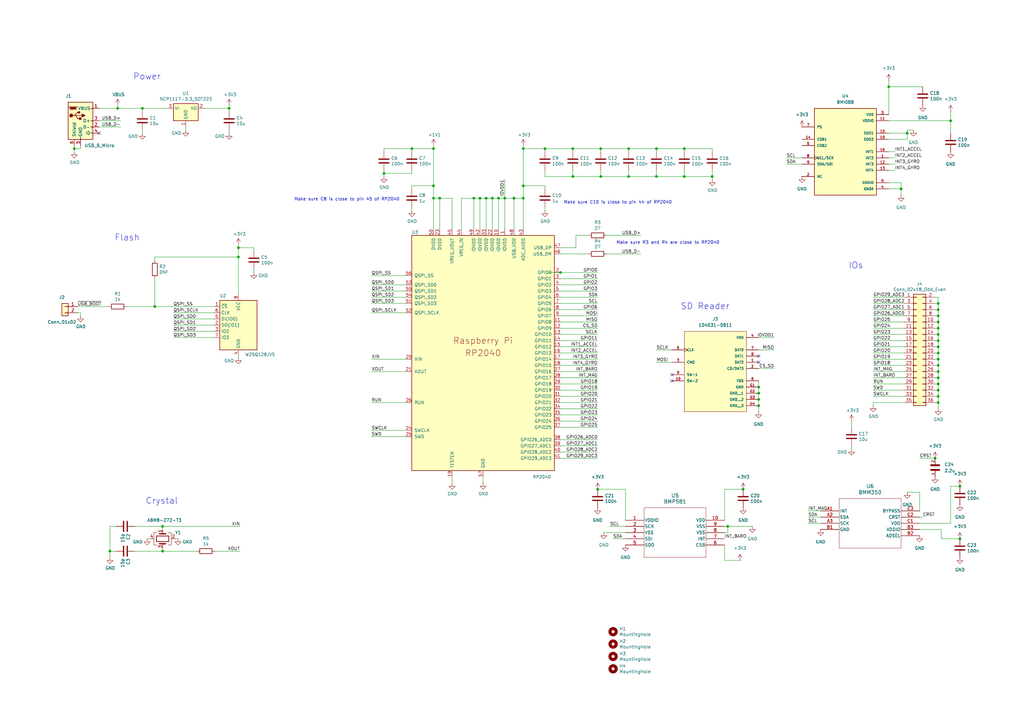
<source format=kicad_sch>
(kicad_sch (version 20231120) (generator "eeschema") (generator_version "8.0")
  (paper "A3")
  (title_block (title "ACE 3.0") (date "2024-01-16") (rev "REV2") (company "Raspberry Pi Ltd"))
  (junction (at 383.54 187.96))
  (junction (at 201.93 81.28))
  (junction (at 384.81 129.54))
  (junction (at 199.39 81.28))
  (junction (at 311.15 161.29))
  (junction (at 311.15 163.83))
  (junction (at 304.8 200.66))
  (junction (at 384.81 165.1))
  (junction (at 384.81 132.08))
  (junction (at 369.57 77.47))
  (junction (at 97.79 105.41))
  (junction (at 177.8 76.2))
  (junction (at 214.63 76.2))
  (junction (at 168.91 60.96))
  (junction (at 384.81 147.32))
  (junction (at 45.085 226.06))
  (junction (at 223.52 60.96))
  (junction (at 246.38 72.39))
  (junction (at 384.81 157.48))
  (junction (at 257.81 60.96))
  (junction (at 66.675 215.9))
  (junction (at 389.89 49.53))
  (junction (at 246.38 60.96))
  (junction (at 177.8 81.28))
  (junction (at 180.34 81.28))
  (junction (at 204.47 81.28))
  (junction (at 384.81 137.16))
  (junction (at 157.48 71.12))
  (junction (at 93.98 44.45))
  (junction (at 384.81 142.24))
  (junction (at 280.67 60.96))
  (junction (at 384.81 154.94))
  (junction (at 292.1 72.39))
  (junction (at 66.675 226.06))
  (junction (at 384.81 127))
  (junction (at 245.11 200.66))
  (junction (at 364.49 35.56))
  (junction (at 48.26 44.45))
  (junction (at 372.11 54.61))
  (junction (at 257.81 72.39))
  (junction (at 298.45 215.9))
  (junction (at 384.81 162.56))
  (junction (at 97.79 101.6))
  (junction (at 393.7 199.39))
  (junction (at 311.15 158.75))
  (junction (at 30.48 60.96))
  (junction (at 177.8 60.96))
  (junction (at 384.81 134.62))
  (junction (at 234.95 72.39))
  (junction (at 269.24 72.39))
  (junction (at 384.81 149.86))
  (junction (at 58.42 44.45))
  (junction (at 393.7 220.98))
  (junction (at 384.81 139.7))
  (junction (at 384.81 124.46))
  (junction (at 207.01 81.28))
  (junction (at 214.63 81.28))
  (junction (at 63.5 125.73))
  (junction (at 229.87 111.76))
  (junction (at 384.81 152.4))
  (junction (at 384.81 144.78))
  (junction (at 196.85 81.28))
  (junction (at 214.63 60.96))
  (junction (at 384.81 160.02))
  (junction (at 194.31 81.28))
  (junction (at 269.24 60.96))
  (junction (at 280.67 72.39))
  (junction (at 311.15 166.37))
  (junction (at 210.82 81.28))
  (junction (at 234.95 60.96))
  (no_connect (at 40.64 54.61))
  (no_connect (at 311.15 148.59))
  (no_connect (at 275.59 153.67))
  (no_connect (at 275.59 156.21))
  (no_connect (at 311.15 146.05))
  (wire (pts (xy 386.08 217.17) (xy 386.08 220.98)))
  (wire (pts (xy 311.15 138.43) (xy 317.5 138.43)))
  (wire (pts (xy 177.8 81.28) (xy 177.8 93.98)))
  (wire (pts (xy 229.87 137.16) (xy 245.11 137.16)))
  (wire (pts (xy 157.48 71.12) (xy 168.91 71.12)))
  (wire (pts (xy 236.22 96.52) (xy 236.22 101.6)))
  (wire (pts (xy 386.08 220.98) (xy 393.7 220.98)))
  (wire (pts (xy 384.81 147.32) (xy 384.81 149.86)))
  (wire (pts (xy 364.49 77.47) (xy 369.57 77.47)))
  (wire (pts (xy 48.26 44.45) (xy 58.42 44.45)))
  (wire (pts (xy 370.84 134.62) (xy 358.14 134.62)))
  (wire (pts (xy 364.49 67.31) (xy 367.03 67.31)))
  (wire (pts (xy 246.38 60.96) (xy 257.81 60.96)))
  (wire (pts (xy 311.15 156.21) (xy 311.15 158.75)))
  (wire (pts (xy 207.01 81.28) (xy 210.82 81.28)))
  (wire (pts (xy 311.15 163.83) (xy 311.15 166.37)))
  (wire (pts (xy 349.25 182.88) (xy 349.25 184.15)))
  (wire (pts (xy 87.63 138.43) (xy 71.12 138.43)))
  (wire (pts (xy 246.38 62.23) (xy 246.38 60.96)))
  (wire (pts (xy 177.8 59.69) (xy 177.8 60.96)))
  (wire (pts (xy 229.87 149.86) (xy 245.11 149.86)))
  (wire (pts (xy 384.81 132.08) (xy 384.81 134.62)))
  (wire (pts (xy 370.84 142.24) (xy 358.14 142.24)))
  (wire (pts (xy 97.79 101.6) (xy 97.79 105.41)))
  (wire (pts (xy 58.42 53.34) (xy 58.42 54.61)))
  (wire (pts (xy 229.87 175.26) (xy 245.11 175.26)))
  (wire (pts (xy 311.15 161.29) (xy 311.15 163.83)))
  (wire (pts (xy 194.31 81.28) (xy 196.85 81.28)))
  (wire (pts (xy 229.87 170.18) (xy 245.11 170.18)))
  (wire (pts (xy 48.26 43.18) (xy 48.26 44.45)))
  (wire (pts (xy 229.87 104.14) (xy 241.3 104.14)))
  (wire (pts (xy 377.19 209.55) (xy 377.19 201.93)))
  (wire (pts (xy 364.49 74.93) (xy 369.57 74.93)))
  (wire (pts (xy 224.79 111.76) (xy 229.87 111.76)))
  (wire (pts (xy 71.12 128.27) (xy 87.63 128.27)))
  (wire (pts (xy 364.49 64.77) (xy 367.03 64.77)))
  (wire (pts (xy 97.79 100.33) (xy 97.79 101.6)))
  (wire (pts (xy 248.92 96.52) (xy 262.89 96.52)))
  (wire (pts (xy 185.42 93.98) (xy 185.42 81.28)))
  (wire (pts (xy 384.81 154.94) (xy 384.81 157.48)))
  (wire (pts (xy 297.18 223.52) (xy 297.18 229.87)))
  (wire (pts (xy 384.81 124.46) (xy 384.81 127)))
  (wire (pts (xy 246.38 69.85) (xy 246.38 72.39)))
  (wire (pts (xy 229.87 116.84) (xy 245.11 116.84)))
  (wire (pts (xy 58.42 45.72) (xy 58.42 44.45)))
  (wire (pts (xy 177.8 76.2) (xy 177.8 81.28)))
  (wire (pts (xy 384.81 129.54) (xy 384.81 132.08)))
  (wire (pts (xy 60.325 220.98) (xy 61.595 220.98)))
  (wire (pts (xy 389.89 199.39) (xy 393.7 199.39)))
  (wire (pts (xy 189.23 81.28) (xy 194.31 81.28)))
  (wire (pts (xy 157.48 60.96) (xy 168.91 60.96)))
  (wire (pts (xy 229.87 185.42) (xy 245.11 185.42)))
  (wire (pts (xy 63.5 114.3) (xy 63.5 125.73)))
  (wire (pts (xy 384.81 160.02) (xy 384.81 162.56)))
  (wire (pts (xy 157.48 69.85) (xy 157.48 71.12)))
  (wire (pts (xy 71.755 220.98) (xy 73.025 220.98)))
  (wire (pts (xy 229.87 111.76) (xy 245.11 111.76)))
  (wire (pts (xy 152.4 124.46) (xy 166.37 124.46)))
  (wire (pts (xy 383.54 129.54) (xy 384.81 129.54)))
  (wire (pts (xy 55.245 215.9) (xy 66.675 215.9)))
  (wire (pts (xy 383.54 127) (xy 384.81 127)))
  (wire (pts (xy 93.98 45.72) (xy 93.98 44.45)))
  (wire (pts (xy 389.89 45.72) (xy 389.89 49.53)))
  (wire (pts (xy 214.63 81.28) (xy 214.63 93.98)))
  (wire (pts (xy 364.49 62.23) (xy 367.03 62.23)))
  (wire (pts (xy 168.91 60.96) (xy 177.8 60.96)))
  (wire (pts (xy 44.45 125.73) (xy 31.75 125.73)))
  (wire (pts (xy 377.19 212.09) (xy 378.46 212.09)))
  (wire (pts (xy 370.84 129.54) (xy 358.14 129.54)))
  (wire (pts (xy 374.65 53.34) (xy 372.11 53.34)))
  (wire (pts (xy 214.63 76.2) (xy 223.52 76.2)))
  (wire (pts (xy 97.79 146.685) (xy 97.79 146.05)))
  (wire (pts (xy 199.39 93.98) (xy 199.39 81.28)))
  (wire (pts (xy 40.64 49.53) (xy 49.53 49.53)))
  (wire (pts (xy 177.8 60.96) (xy 177.8 76.2)))
  (wire (pts (xy 210.82 81.28) (xy 214.63 81.28)))
  (wire (pts (xy 152.4 119.38) (xy 166.37 119.38)))
  (wire (pts (xy 166.37 165.1) (xy 152.4 165.1)))
  (wire (pts (xy 269.24 62.23) (xy 269.24 60.96)))
  (wire (pts (xy 370.84 124.46) (xy 358.14 124.46)))
  (wire (pts (xy 196.85 81.28) (xy 199.39 81.28)))
  (wire (pts (xy 87.63 133.35) (xy 71.12 133.35)))
  (wire (pts (xy 384.81 142.24) (xy 384.81 144.78)))
  (wire (pts (xy 383.54 162.56) (xy 384.81 162.56)))
  (wire (pts (xy 389.89 214.63) (xy 389.89 199.39)))
  (wire (pts (xy 223.52 62.23) (xy 223.52 60.96)))
  (wire (pts (xy 311.15 158.75) (xy 311.15 161.29)))
  (wire (pts (xy 214.63 60.96) (xy 223.52 60.96)))
  (wire (pts (xy 104.14 101.6) (xy 97.79 101.6)))
  (wire (pts (xy 207.01 81.28) (xy 207.01 93.98)))
  (wire (pts (xy 196.85 93.98) (xy 196.85 81.28)))
  (wire (pts (xy 383.54 147.32) (xy 384.81 147.32)))
  (wire (pts (xy 369.57 77.47) (xy 369.57 80.01)))
  (wire (pts (xy 33.02 59.69) (xy 33.02 60.96)))
  (wire (pts (xy 66.675 224.79) (xy 66.675 226.06)))
  (wire (pts (xy 45.085 226.06) (xy 45.085 228.6)))
  (wire (pts (xy 229.87 101.6) (xy 236.22 101.6)))
  (wire (pts (xy 372.11 53.34) (xy 372.11 54.61)))
  (wire (pts (xy 384.81 144.78) (xy 384.81 147.32)))
  (wire (pts (xy 383.54 134.62) (xy 384.81 134.62)))
  (wire (pts (xy 214.63 60.96) (xy 214.63 76.2)))
  (wire (pts (xy 383.54 139.7) (xy 384.81 139.7)))
  (wire (pts (xy 311.15 166.37) (xy 311.15 168.91)))
  (wire (pts (xy 76.2 52.07) (xy 76.2 53.34)))
  (wire (pts (xy 166.37 152.4) (xy 152.4 152.4)))
  (wire (pts (xy 166.37 113.03) (xy 152.4 113.03)))
  (wire (pts (xy 269.24 60.96) (xy 280.67 60.96)))
  (wire (pts (xy 292.1 69.85) (xy 292.1 72.39)))
  (wire (pts (xy 331.47 209.55) (xy 336.55 209.55)))
  (wire (pts (xy 322.58 64.77) (xy 328.93 64.77)))
  (wire (pts (xy 88.265 226.06) (xy 98.425 226.06)))
  (wire (pts (xy 83.82 44.45) (xy 93.98 44.45)))
  (wire (pts (xy 331.47 214.63) (xy 336.55 214.63)))
  (wire (pts (xy 229.87 147.32) (xy 245.11 147.32)))
  (wire (pts (xy 370.84 152.4) (xy 358.14 152.4)))
  (wire (pts (xy 229.87 127) (xy 245.11 127)))
  (wire (pts (xy 247.65 218.44) (xy 256.54 218.44)))
  (wire (pts (xy 168.91 71.12) (xy 168.91 69.85)))
  (wire (pts (xy 377.19 214.63) (xy 389.89 214.63)))
  (wire (pts (xy 234.95 62.23) (xy 234.95 60.96)))
  (wire (pts (xy 234.95 72.39) (xy 223.52 72.39)))
  (wire (pts (xy 229.87 180.34) (xy 245.11 180.34)))
  (wire (pts (xy 214.63 76.2) (xy 214.63 81.28)))
  (wire (pts (xy 384.81 152.4) (xy 384.81 154.94)))
  (wire (pts (xy 214.63 59.69) (xy 214.63 60.96)))
  (wire (pts (xy 384.81 127) (xy 384.81 129.54)))
  (wire (pts (xy 229.87 129.54) (xy 245.11 129.54)))
  (wire (pts (xy 168.91 77.47) (xy 168.91 76.2)))
  (wire (pts (xy 87.63 135.89) (xy 71.12 135.89)))
  (wire (pts (xy 31.75 128.27) (xy 33.02 128.27)))
  (wire (pts (xy 234.95 60.96) (xy 246.38 60.96)))
  (wire (pts (xy 364.49 49.53) (xy 389.89 49.53)))
  (wire (pts (xy 370.84 149.86) (xy 358.14 149.86)))
  (wire (pts (xy 52.07 125.73) (xy 63.5 125.73)))
  (wire (pts (xy 269.24 148.59) (xy 275.59 148.59)))
  (wire (pts (xy 383.54 165.1) (xy 384.81 165.1)))
  (wire (pts (xy 364.49 57.15) (xy 372.11 57.15)))
  (wire (pts (xy 30.48 59.69) (xy 30.48 60.96)))
  (wire (pts (xy 322.58 67.31) (xy 328.93 67.31)))
  (wire (pts (xy 229.87 187.96) (xy 245.11 187.96)))
  (wire (pts (xy 383.54 121.92) (xy 384.81 121.92)))
  (wire (pts (xy 358.14 165.1) (xy 370.84 165.1)))
  (wire (pts (xy 377.19 187.96) (xy 383.54 187.96)))
  (wire (pts (xy 234.95 69.85) (xy 234.95 72.39)))
  (wire (pts (xy 298.45 215.9) (xy 308.61 215.9)))
  (wire (pts (xy 180.34 93.98) (xy 180.34 81.28)))
  (wire (pts (xy 384.81 139.7) (xy 384.81 142.24)))
  (wire (pts (xy 280.67 72.39) (xy 292.1 72.39)))
  (wire (pts (xy 33.02 60.96) (xy 30.48 60.96)))
  (wire (pts (xy 370.84 157.48) (xy 358.14 157.48)))
  (wire (pts (xy 207.01 73.66) (xy 207.01 81.28)))
  (wire (pts (xy 68.58 44.45) (xy 58.42 44.45)))
  (wire (pts (xy 269.24 69.85) (xy 269.24 72.39)))
  (wire (pts (xy 383.54 154.94) (xy 384.81 154.94)))
  (wire (pts (xy 256.54 200.66) (xy 245.11 200.66)))
  (wire (pts (xy 383.54 152.4) (xy 384.81 152.4)))
  (wire (pts (xy 297.18 215.9) (xy 298.45 215.9)))
  (wire (pts (xy 223.52 60.96) (xy 234.95 60.96)))
  (wire (pts (xy 297.18 200.66) (xy 304.8 200.66)))
  (wire (pts (xy 377.19 201.93) (xy 372.11 201.93)))
  (wire (pts (xy 223.52 85.09) (xy 223.52 86.36)))
  (wire (pts (xy 383.54 157.48) (xy 384.81 157.48)))
  (wire (pts (xy 229.87 132.08) (xy 245.11 132.08)))
  (wire (pts (xy 204.47 93.98) (xy 204.47 81.28)))
  (wire (pts (xy 55.245 226.06) (xy 66.675 226.06)))
  (wire (pts (xy 47.625 226.06) (xy 45.085 226.06)))
  (wire (pts (xy 66.675 226.06) (xy 80.645 226.06)))
  (wire (pts (xy 364.49 69.85) (xy 367.03 69.85)))
  (wire (pts (xy 229.87 119.38) (xy 245.11 119.38)))
  (wire (pts (xy 292.1 62.23) (xy 292.1 60.96)))
  (wire (pts (xy 166.37 179.07) (xy 152.4 179.07)))
  (wire (pts (xy 199.39 81.28) (xy 201.93 81.28)))
  (wire (pts (xy 292.1 72.39) (xy 292.1 73.66)))
  (wire (pts (xy 383.54 137.16) (xy 384.81 137.16)))
  (wire (pts (xy 349.25 172.72) (xy 349.25 175.26)))
  (wire (pts (xy 229.87 157.48) (xy 245.11 157.48)))
  (wire (pts (xy 384.81 121.92) (xy 384.81 124.46)))
  (wire (pts (xy 166.37 128.27) (xy 152.4 128.27)))
  (wire (pts (xy 297.18 218.44) (xy 298.45 218.44)))
  (wire (pts (xy 198.12 195.58) (xy 198.12 198.12)))
  (wire (pts (xy 297.18 229.87) (xy 303.53 229.87)))
  (wire (pts (xy 168.91 76.2) (xy 177.8 76.2)))
  (wire (pts (xy 229.87 154.94) (xy 245.11 154.94)))
  (wire (pts (xy 87.63 130.81) (xy 71.12 130.81)))
  (wire (pts (xy 246.38 72.39) (xy 234.95 72.39)))
  (wire (pts (xy 370.84 132.08) (xy 358.14 132.08)))
  (wire (pts (xy 223.52 69.85) (xy 223.52 72.39)))
  (wire (pts (xy 370.84 137.16) (xy 358.14 137.16)))
  (wire (pts (xy 384.81 157.48) (xy 384.81 160.02)))
  (wire (pts (xy 370.84 160.02) (xy 358.14 160.02)))
  (wire (pts (xy 185.42 195.58) (xy 185.42 198.12)))
  (wire (pts (xy 229.87 160.02) (xy 245.11 160.02)))
  (wire (pts (xy 47.625 215.9) (xy 45.085 215.9)))
  (wire (pts (xy 229.87 139.7) (xy 245.11 139.7)))
  (wire (pts (xy 370.84 162.56) (xy 358.14 162.56)))
  (wire (pts (xy 372.11 54.61) (xy 372.11 57.15)))
  (wire (pts (xy 229.87 165.1) (xy 245.11 165.1)))
  (wire (pts (xy 298.45 218.44) (xy 298.45 215.9)))
  (wire (pts (xy 180.34 81.28) (xy 177.8 81.28)))
  (wire (pts (xy 378.46 35.56) (xy 364.49 35.56)))
  (wire (pts (xy 248.92 104.14) (xy 262.89 104.14)))
  (wire (pts (xy 383.54 144.78) (xy 384.81 144.78)))
  (wire (pts (xy 383.54 132.08) (xy 384.81 132.08)))
  (wire (pts (xy 229.87 144.78) (xy 245.11 144.78)))
  (wire (pts (xy 280.67 72.39) (xy 269.24 72.39)))
  (wire (pts (xy 45.085 215.9) (xy 45.085 226.06)))
  (wire (pts (xy 66.675 217.17) (xy 66.675 215.9)))
  (wire (pts (xy 152.4 116.84) (xy 166.37 116.84)))
  (wire (pts (xy 364.49 35.56) (xy 364.49 33.02)))
  (wire (pts (xy 358.14 166.37) (xy 358.14 165.1)))
  (wire (pts (xy 297.18 213.36) (xy 297.18 200.66)))
  (wire (pts (xy 201.93 81.28) (xy 204.47 81.28)))
  (wire (pts (xy 229.87 134.62) (xy 245.11 134.62)))
  (wire (pts (xy 383.54 142.24) (xy 384.81 142.24)))
  (wire (pts (xy 229.87 152.4) (xy 245.11 152.4)))
  (wire (pts (xy 377.19 217.17) (xy 386.08 217.17)))
  (wire (pts (xy 311.15 151.13) (xy 317.5 151.13)))
  (wire (pts (xy 157.48 62.23) (xy 157.48 60.96)))
  (wire (pts (xy 384.81 137.16) (xy 384.81 139.7)))
  (wire (pts (xy 236.22 96.52) (xy 241.3 96.52)))
  (wire (pts (xy 104.14 110.49) (xy 104.14 111.76)))
  (wire (pts (xy 157.48 71.12) (xy 157.48 72.39)))
  (wire (pts (xy 280.67 69.85) (xy 280.67 72.39)))
  (wire (pts (xy 152.4 147.32) (xy 166.37 147.32)))
  (wire (pts (xy 229.87 142.24) (xy 245.11 142.24)))
  (wire (pts (xy 257.81 60.96) (xy 269.24 60.96)))
  (wire (pts (xy 383.54 124.46) (xy 384.81 124.46)))
  (wire (pts (xy 370.84 121.92) (xy 358.14 121.92)))
  (wire (pts (xy 223.52 77.47) (xy 223.52 76.2)))
  (wire (pts (xy 370.84 139.7) (xy 358.14 139.7)))
  (wire (pts (xy 152.4 121.92) (xy 166.37 121.92)))
  (wire (pts (xy 384.81 149.86) (xy 384.81 152.4)))
  (wire (pts (xy 364.49 54.61) (xy 372.11 54.61)))
  (wire (pts (xy 229.87 124.46) (xy 245.11 124.46)))
  (wire (pts (xy 229.87 167.64) (xy 245.11 167.64)))
  (wire (pts (xy 251.46 220.98) (xy 256.54 220.98)))
  (wire (pts (xy 229.87 114.3) (xy 245.11 114.3)))
  (wire (pts (xy 257.81 72.39) (xy 246.38 72.39)))
  (wire (pts (xy 104.14 102.87) (xy 104.14 101.6)))
  (wire (pts (xy 269.24 72.39) (xy 257.81 72.39)))
  (wire (pts (xy 370.84 147.32) (xy 358.14 147.32)))
  (wire (pts (xy 204.47 81.28) (xy 207.01 81.28)))
  (wire (pts (xy 63.5 125.73) (xy 87.63 125.73)))
  (wire (pts (xy 331.47 212.09) (xy 336.55 212.09)))
  (wire (pts (xy 194.31 93.98) (xy 194.31 81.28)))
  (wire (pts (xy 40.64 44.45) (xy 48.26 44.45)))
  (wire (pts (xy 369.57 74.93) (xy 369.57 77.47)))
  (wire (pts (xy 370.84 127) (xy 358.14 127)))
  (wire (pts (xy 256.54 213.36) (xy 256.54 200.66)))
  (wire (pts (xy 384.81 134.62) (xy 384.81 137.16)))
  (wire (pts (xy 201.93 93.98) (xy 201.93 81.28)))
  (wire (pts (xy 168.91 62.23) (xy 168.91 60.96)))
  (wire (pts (xy 250.19 215.9) (xy 256.54 215.9)))
  (wire (pts (xy 185.42 81.28) (xy 180.34 81.28)))
  (wire (pts (xy 370.84 154.94) (xy 358.14 154.94)))
  (wire (pts (xy 280.67 60.96) (xy 292.1 60.96)))
  (wire (pts (xy 280.67 62.23) (xy 280.67 60.96)))
  (wire (pts (xy 269.24 143.51) (xy 275.59 143.51)))
  (wire (pts (xy 257.81 69.85) (xy 257.81 72.39)))
  (wire (pts (xy 229.87 162.56) (xy 245.11 162.56)))
  (wire (pts (xy 383.54 160.02) (xy 384.81 160.02)))
  (wire (pts (xy 229.87 172.72) (xy 245.11 172.72)))
  (wire (pts (xy 364.49 35.56) (xy 364.49 46.99)))
  (wire (pts (xy 210.82 93.98) (xy 210.82 81.28)))
  (wire (pts (xy 257.81 62.23) (xy 257.81 60.96)))
  (wire (pts (xy 166.37 176.53) (xy 152.4 176.53)))
  (wire (pts (xy 370.84 144.78) (xy 358.14 144.78)))
  (wire (pts (xy 189.23 93.98) (xy 189.23 81.28)))
  (wire (pts (xy 384.81 165.1) (xy 384.81 167.64)))
  (wire (pts (xy 168.91 85.09) (xy 168.91 86.36)))
  (wire (pts (xy 93.98 53.34) (xy 93.98 54.61)))
  (wire (pts (xy 311.15 143.51) (xy 317.5 143.51)))
  (wire (pts (xy 30.48 60.96) (xy 30.48 62.23)))
  (wire (pts (xy 384.81 162.56) (xy 384.81 165.1)))
  (wire (pts (xy 63.5 106.68) (xy 63.5 105.41)))
  (wire (pts (xy 63.5 105.41) (xy 97.79 105.41)))
  (wire (pts (xy 93.98 44.45) (xy 93.98 43.18)))
  (wire (pts (xy 229.87 182.88) (xy 245.11 182.88)))
  (wire (pts (xy 229.87 121.92) (xy 245.11 121.92)))
  (wire (pts (xy 40.64 52.07) (xy 49.53 52.07)))
  (wire (pts (xy 389.89 49.53) (xy 389.89 54.61)))
  (wire (pts (xy 33.02 128.27) (xy 33.02 129.54)))
  (wire (pts (xy 383.54 149.86) (xy 384.81 149.86)))
  (wire (pts (xy 97.79 105.41) (xy 97.79 120.65)))
  (wire (pts (xy 66.675 215.9) (xy 98.425 215.9)))
  (text "IOs" (at 347.98 110.49 0) (effects (font (size 2.54 2.54)) (justify left bottom)))
  (text "Power" (at 54.61 33.02 0) (effects (font (size 2.54 2.54)) (justify left bottom)))
  (text "Crystal" (at 59.69 207.01 0) (effects (font (size 2.54 2.54)) (justify left bottom)))
  (text "Make sure C8 is close to pin 45 of RP2040" (at 120.65 82.55 0) (effects (font (size 1.27 1.27)) (justify left bottom)))
  (text "SD Reader" (at 279.146 127.254 0) (effects (font (size 2.54 2.54)) (justify left bottom)))
  (text "Make sure C10 is close to pin 44 of RP2040" (at 231.14 83.82 0) (effects (font (size 1.27 1.27)) (justify left bottom)))
  (text "Make sure R3 and R4 are close to RP2040" (at 252.73 100.33 0) (effects (font (size 1.27 1.27)) (justify left bottom)))
  (text "Flash" (at 46.99 99.06 0) (effects (font (size 2.54 2.54)) (justify left bottom)))
  (label "XOUT" (at 98.425 226.06 180))
  (label "GPIO24" (at 358.14 134.62 0))
  (label "USB_D-" (at 49.53 52.07 180))
  (label "QSPI_SS" (at 71.12 125.73 0))
  (label "QSPI_SD3" (at 71.12 138.43 0))
  (label "CS_SD" (at 317.5 151.13 180))
  (label "QSPI_SD2" (at 152.4 121.92 0))
  (label "SCL" (at 322.58 64.77 0))
  (label "USB_D-" (at 262.89 104.14 180))
  (label "SDA" (at 245.11 121.92 180))
  (label "GPIO21" (at 358.14 142.24 0))
  (label "INT3_GYRO" (at 367.03 67.31 0))
  (label "RUN" (at 152.4 165.1 0))
  (label "XOUT" (at 152.4 152.4 0))
  (label "GPIO29_ADC3" (at 245.11 187.96 180))
  (label "QSPI_SD1" (at 152.4 119.38 0))
  (label "INT2_ACCEL" (at 245.11 144.78 180))
  (label "MISO" (at 317.5 143.51 180))
  (label "GPIO6" (at 245.11 127 180))
  (label "USB_D+" (at 262.89 96.52 180))
  (label "GPIO29_ADC3" (at 358.14 121.92 0))
  (label "GPIO28_ADC2" (at 358.14 124.46 0))
  (label "SWD" (at 152.4 179.07 0))
  (label "GPIO20" (at 245.11 162.56 180))
  (label "QSPI_SD1" (at 71.12 133.35 0))
  (label "QSPI_SD3" (at 152.4 124.46 0))
  (label "SWD" (at 358.14 160.02 0))
  (label "RUN" (at 358.14 157.48 0))
  (label "GPIO18" (at 245.11 157.48 180))
  (label "GPIO25" (at 245.11 175.26 180))
  (label "SDA" (at 251.46 220.98 0))
  (label "INT2_ACCEL" (at 367.03 64.77 0))
  (label "IOVDD1" (at 317.5 138.43 180))
  (label "INT1_ACCEL" (at 367.03 62.23 0))
  (label "GPIO0" (at 245.11 111.76 180))
  (label "GPIO21" (at 245.11 165.1 180))
  (label "GPIO11" (at 245.11 139.7 180))
  (label "INT_MAG" (at 358.14 152.4 0))
  (label "GPIO27_ADC1" (at 245.11 182.88 180))
  (label "GPIO1" (at 245.11 114.3 180))
  (label "XIN" (at 98.425 215.9 180))
  (label "USB_D+" (at 49.53 49.53 180))
  (label "INT4_GYRO" (at 367.03 69.85 0))
  (label "INT3_GYRO" (at 245.11 147.32 180))
  (label "GPIO3" (at 245.11 119.38 180))
  (label "SCLK" (at 245.11 137.16 180))
  (label "SCL" (at 250.19 215.9 0))
  (label "INT_MAG" (at 331.47 209.55 0))
  (label "GPIO23" (at 245.11 170.18 180))
  (label "SWCLK" (at 152.4 176.53 0))
  (label "MOSI" (at 269.24 148.59 0))
  (label "QSPI_SCLK" (at 152.4 128.27 0))
  (label "SCL" (at 331.47 214.63 0))
  (label "GPIO27_ADC1" (at 358.14 127 0))
  (label "GPIO25" (at 358.14 132.08 0))
  (label "QSPI_SD0" (at 152.4 116.84 0))
  (label "INT_MAG" (at 245.11 154.94 180))
  (label "GPIO18" (at 358.14 149.86 0))
  (label "GPIO2" (at 245.11 116.84 180))
  (label "CS_SD" (at 245.11 134.62 180))
  (label "INT4_GYRO" (at 245.11 149.86 180))
  (label "INT1_ACCEL" (at 245.11 142.24 180))
  (label "GPIO24" (at 245.11 172.72 180))
  (label "SCL" (at 245.11 124.46 180))
  (label "GPIO22" (at 245.11 167.64 180))
  (label "SWCLK" (at 358.14 162.56 0))
  (label "GPIO19" (at 245.11 160.02 180))
  (label "QSPI_SS" (at 152.4 113.03 0))
  (label "QSPI_SD2" (at 71.12 135.89 0))
  (label "QSPI_SD0" (at 71.12 130.81 0))
  (label "CRST" (at 377.19 187.96 0))
  (label "QSPI_SCLK" (at 71.12 128.27 0))
  (label "IOVDD1" (at 207.01 73.66 270))
  (label "CRST" (at 378.46 212.09 0))
  (label "~{USB_BOOT}" (at 31.75 125.73 0))
  (label "GPIO20" (at 358.14 144.78 0))
  (label "INT_BARO" (at 297.18 220.98 0))
  (label "GPIO26_ADC0" (at 245.11 180.34 180))
  (label "GPIO28_ADC2" (at 245.11 185.42 180))
  (label "INT_BARO" (at 245.11 152.4 180))
  (label "MISO" (at 245.11 132.08 180))
  (label "XIN" (at 152.4 147.32 0))
  (label "GPIO23" (at 358.14 137.16 0))
  (label "SDA" (at 322.58 67.31 0))
  (label "GPIO22" (at 358.14 139.7 0))
  (label "INT_BARO" (at 358.14 154.94 0))
  (label "GPIO26_ADC0" (at 358.14 129.54 0))
  (label "SDA" (at 331.47 212.09 0))
  (label "GPIO19" (at 358.14 147.32 0))
  (label "MOSI" (at 245.11 129.54 180))
  (label "SCLK" (at 269.24 143.51 0))
  (symbol (lib_id "MCU_RaspberryPi_RP2040:RP2040") (at 198.12 144.78 0) (unit 1)
    (property "Reference" "U3" (at 170.18 95.25 0))
    (property "Value" "RP2040" (at 222.25 195.58 0))
    (property "Footprint" "RP2040_minimal:RP2040-QFN-56" (effects (hide yes)))
  )
  (symbol (lib_id "Memory_Flash:W25Q128JVS") (at 97.79 133.35 0) (unit 1)
    (property "Reference" "U2" (at 91.44 121.285 0))
    (property "Value" "W25Q128JVS" (at 106.68 145.415 0))
    (property "Footprint" "Package_SO:SOIC-8_5.23x5.23mm_P1.27mm" (effects (hide yes)))
    (property "Datasheet" "http://www.winbond.com/resource-files/w25q128jv_dtr%20revc%2003272018%20plus.pdf" (effects (hide yes)))
  )
  (symbol (lib_id "power:+3V3") (at 97.79 100.33 0) (unit 1)
    (property "Reference" "#PWR07" (effects (hide yes)))
    (property "Value" "+3V3" (at 98.171 95.9358 0))
  )
  (symbol (lib_id "power:GND") (at 97.79 146.685 0) (unit 1)
    (property "Reference" "#PWR08" (effects (hide yes)))
    (property "Value" "GND" (at 93.98 147.955 0))
  )
  (symbol (lib_id "Device:R") (at 63.5 110.49 0) (unit 1)
    (property "Reference" "R2" (at 65.278 109.3216 0) (effects (justify left)))
    (property "Value" "DNF" (at 65.278 111.633 0) (effects (justify left)))
    (property "Footprint" "Resistor_SMD:R_0402_1005Metric" (effects (hide yes)))
  )
  (symbol (lib_id "Device:R") (at 48.26 125.73 270) (unit 1)
    (property "Reference" "R1" (at 48.26 120.4722 90))
    (property "Value" "1k" (at 48.26 122.7836 90))
    (property "Footprint" "Resistor_SMD:R_0402_1005Metric" (effects (hide yes)))
  )
  (symbol (lib_id "Device:C") (at 104.14 106.68 0) (unit 1)
    (property "Reference" "C5" (at 107.061 105.5116 0) (effects (justify left)))
    (property "Value" "100n" (at 107.061 107.823 0) (effects (justify left)))
    (property "Footprint" "Capacitor_SMD:C_0402_1005Metric" (effects (hide yes)))
  )
  (symbol (lib_id "power:GND") (at 104.14 111.76 0) (unit 1)
    (property "Reference" "#PWR011" (effects (hide yes)))
    (property "Value" "GND" (at 107.95 113.03 0))
  )
  (symbol (lib_id "Connector:USB_B_Micro") (at 33.02 49.53 0) (unit 1)
    (property "Reference" "J1" (at 29.21 39.37 0) (effects (justify right)))
    (property "Value" "USB_B_Micro" (at 46.99 59.69 0) (effects (justify right)))
    (property "Footprint" "RP2040_minimal:USB_Micro-B_Amphenol_10103594-0001LF_Horizontal_modified" (effects (hide yes)))
  )
  (symbol (lib_id "power:GND") (at 198.12 198.12 0) (unit 1)
    (property "Reference" "#PWR016" (effects (hide yes)))
    (property "Value" "GND" (at 198.247 202.5142 0))
  )
  (symbol (lib_id "power:GND") (at 185.42 198.12 0) (unit 1)
    (property "Reference" "#PWR015" (effects (hide yes)))
    (property "Value" "GND" (at 185.547 202.5142 0))
  )
  (symbol (lib_id "Device:R") (at 245.11 96.52 270) (unit 1)
    (property "Reference" "R3" (at 245.11 91.2622 90))
    (property "Value" "27" (at 245.11 93.5736 90))
    (property "Footprint" "Resistor_SMD:R_0402_1005Metric" (effects (hide yes)))
  )
  (symbol (lib_id "Device:R") (at 245.11 104.14 270) (unit 1)
    (property "Reference" "R4" (at 245.11 98.8822 90))
    (property "Value" "27" (at 245.11 101.1936 90))
    (property "Footprint" "Resistor_SMD:R_0402_1005Metric" (effects (hide yes)))
  )
  (symbol (lib_id "power:GND") (at 30.48 62.23 0) (unit 1)
    (property "Reference" "#PWR01" (effects (hide yes)))
    (property "Value" "GND" (at 30.607 66.6242 0))
  )
  (symbol (lib_id "power:GND") (at 358.14 166.37 0) (unit 1)
    (property "Reference" "#PWR0101" (effects (hide yes)))
    (property "Value" "GND" (at 358.267 170.7642 0))
  )
  (symbol (lib_id "power:+3V3") (at 214.63 59.69 0) (unit 1)
    (property "Reference" "#PWR017" (effects (hide yes)))
    (property "Value" "+3V3" (at 215.011 55.2958 0))
  )
  (symbol (lib_id "power:+1V1") (at 177.8 59.69 0) (unit 1)
    (property "Reference" "#PWR014" (effects (hide yes)))
    (property "Value" "+1V1" (at 178.181 55.2958 0))
  )
  (symbol (lib_id "Device:C") (at 223.52 66.04 0) (unit 1)
    (property "Reference" "C9" (at 226.441 64.8716 0) (effects (justify left)))
    (property "Value" "100n" (at 226.441 67.183 0) (effects (justify left)))
    (property "Footprint" "Capacitor_SMD:C_0402_1005Metric" (effects (hide yes)))
  )
  (symbol (lib_id "Device:C") (at 234.95 66.04 0) (unit 1)
    (property "Reference" "C11" (at 237.871 64.8716 0) (effects (justify left)))
    (property "Value" "100n" (at 237.871 67.183 0) (effects (justify left)))
    (property "Footprint" "Capacitor_SMD:C_0402_1005Metric" (effects (hide yes)))
  )
  (symbol (lib_id "Device:C") (at 246.38 66.04 0) (unit 1)
    (property "Reference" "C12" (at 249.301 64.8716 0) (effects (justify left)))
    (property "Value" "100n" (at 249.301 67.183 0) (effects (justify left)))
    (property "Footprint" "Capacitor_SMD:C_0402_1005Metric" (effects (hide yes)))
  )
  (symbol (lib_id "Device:C") (at 257.81 66.04 0) (unit 1)
    (property "Reference" "C13" (at 260.731 64.8716 0) (effects (justify left)))
    (property "Value" "100n" (at 260.731 67.183 0) (effects (justify left)))
    (property "Footprint" "Capacitor_SMD:C_0402_1005Metric" (effects (hide yes)))
  )
  (symbol (lib_id "Device:C") (at 269.24 66.04 0) (unit 1)
    (property "Reference" "C14" (at 272.161 64.8716 0) (effects (justify left)))
    (property "Value" "100n" (at 272.161 67.183 0) (effects (justify left)))
    (property "Footprint" "Capacitor_SMD:C_0402_1005Metric" (effects (hide yes)))
  )
  (symbol (lib_id "Device:C") (at 280.67 66.04 0) (unit 1)
    (property "Reference" "C15" (at 283.591 64.8716 0) (effects (justify left)))
    (property "Value" "100n" (at 283.591 67.183 0) (effects (justify left)))
    (property "Footprint" "Capacitor_SMD:C_0402_1005Metric" (effects (hide yes)))
  )
  (symbol (lib_id "Device:C") (at 292.1 66.04 0) (unit 1)
    (property "Reference" "C16" (at 295.021 64.8716 0) (effects (justify left)))
    (property "Value" "100n" (at 295.021 67.183 0) (effects (justify left)))
    (property "Footprint" "Capacitor_SMD:C_0402_1005Metric" (effects (hide yes)))
  )
  (symbol (lib_id "Device:C") (at 157.48 66.04 0) (unit 1)
    (property "Reference" "C6" (at 160.401 64.8716 0) (effects (justify left)))
    (property "Value" "100n" (at 160.401 67.183 0) (effects (justify left)))
    (property "Footprint" "Capacitor_SMD:C_0402_1005Metric" (effects (hide yes)))
  )
  (symbol (lib_id "Device:C") (at 168.91 66.04 0) (unit 1)
    (property "Reference" "C7" (at 171.831 64.8716 0) (effects (justify left)))
    (property "Value" "100n" (at 171.831 67.183 0) (effects (justify left)))
    (property "Footprint" "Capacitor_SMD:C_0402_1005Metric" (effects (hide yes)))
  )
  (symbol (lib_id "Device:C") (at 168.91 81.28 0) (unit 1)
    (property "Reference" "C8" (at 171.831 80.1116 0) (effects (justify left)))
    (property "Value" "1u" (at 171.831 82.423 0) (effects (justify left)))
    (property "Footprint" "Capacitor_SMD:C_0402_1005Metric" (effects (hide yes)))
  )
  (symbol (lib_id "Device:C") (at 223.52 81.28 0) (unit 1)
    (property "Reference" "C10" (at 226.441 80.1116 0) (effects (justify left)))
    (property "Value" "1u" (at 226.441 82.423 0) (effects (justify left)))
    (property "Footprint" "Capacitor_SMD:C_0402_1005Metric" (effects (hide yes)))
  )
  (symbol (lib_id "Mechanical:MountingHole") (at 251.46 259.08 0) (unit 1)
    (property "Reference" "H1" (at 254 257.9116 0) (effects (justify left)))
    (property "Value" "MountingHole" (at 254 260.223 0) (effects (justify left)))
    (property "Footprint" "MountingHole:MountingHole_2.7mm_M2.5" (effects (hide yes)))
  )
  (symbol (lib_id "Mechanical:MountingHole") (at 251.46 264.16 0) (unit 1)
    (property "Reference" "H2" (at 254 262.9916 0) (effects (justify left)))
    (property "Value" "MountingHole" (at 254 265.303 0) (effects (justify left)))
    (property "Footprint" "MountingHole:MountingHole_2.7mm_M2.5" (effects (hide yes)))
  )
  (symbol (lib_id "Mechanical:MountingHole") (at 251.46 269.24 0) (unit 1)
    (property "Reference" "H3" (at 254 268.0716 0) (effects (justify left)))
    (property "Value" "MountingHole" (at 254 270.383 0) (effects (justify left)))
    (property "Footprint" "MountingHole:MountingHole_2.7mm_M2.5" (effects (hide yes)))
  )
  (symbol (lib_id "Mechanical:MountingHole") (at 251.46 274.32 0) (unit 1)
    (property "Reference" "H4" (at 254 273.1516 0) (effects (justify left)))
    (property "Value" "MountingHole" (at 254 275.463 0) (effects (justify left)))
    (property "Footprint" "MountingHole:MountingHole_2.7mm_M2.5" (effects (hide yes)))
  )
  (symbol (lib_id "power:GND") (at 292.1 73.66 0) (unit 1)
    (property "Reference" "#PWR023" (effects (hide yes)))
    (property "Value" "GND" (at 292.227 78.0542 0))
  )
  (symbol (lib_id "power:GND") (at 157.48 72.39 0) (unit 1)
    (property "Reference" "#PWR012" (effects (hide yes)))
    (property "Value" "GND" (at 157.607 76.7842 0))
  )
  (symbol (lib_id "power:GND") (at 168.91 86.36 0) (unit 1)
    (property "Reference" "#PWR013" (effects (hide yes)))
    (property "Value" "GND" (at 169.037 90.7542 0))
  )
  (symbol (lib_id "power:GND") (at 223.52 86.36 0) (unit 1)
    (property "Reference" "#PWR018" (effects (hide yes)))
    (property "Value" "GND" (at 223.647 90.7542 0))
  )
  (symbol (lib_id "Regulator_Linear:NCP1117-3.3_SOT223") (at 76.2 44.45 0) (unit 1)
    (property "Reference" "U1" (at 76.2 38.3032 0))
    (property "Value" "NCP1117-3.3_SOT223" (at 76.2 40.6146 0))
    (property "Footprint" "Package_TO_SOT_SMD:SOT-223-3_TabPin2" (effects (hide yes)))
    (property "Datasheet" "http://www.onsemi.com/pub_link/Collateral/NCP1117-D.PDF" (effects (hide yes)))
  )
  (symbol (lib_id "power:VBUS") (at 48.26 43.18 0) (unit 1)
    (property "Reference" "#PWR03" (effects (hide yes)))
    (property "Value" "VBUS" (at 48.641 38.7858 0))
  )
  (symbol (lib_id "power:GND") (at 76.2 53.34 0) (unit 1)
    (property "Reference" "#PWR05" (effects (hide yes)))
    (property "Value" "GND" (at 72.39 54.61 0))
  )
  (symbol (lib_id "power:+3V3") (at 93.98 43.18 0) (unit 1)
    (property "Reference" "#PWR09" (effects (hide yes)))
    (property "Value" "+3V3" (at 94.361 38.7858 0))
  )
  (symbol (lib_id "Device:C") (at 58.42 49.53 0) (unit 1)
    (property "Reference" "C1" (at 61.341 48.3616 0) (effects (justify left)))
    (property "Value" "10u" (at 61.341 50.673 0) (effects (justify left)))
    (property "Footprint" "Capacitor_SMD:C_0805_2012Metric" (effects (hide yes)))
  )
  (symbol (lib_id "Device:C") (at 93.98 49.53 0) (unit 1)
    (property "Reference" "C4" (at 96.901 48.3616 0) (effects (justify left)))
    (property "Value" "10u" (at 96.901 50.673 0) (effects (justify left)))
    (property "Footprint" "Capacitor_SMD:C_0805_2012Metric" (effects (hide yes)))
  )
  (symbol (lib_id "power:GND") (at 58.42 54.61 0) (unit 1)
    (property "Reference" "#PWR04" (effects (hide yes)))
    (property "Value" "GND" (at 54.61 55.88 0))
  )
  (symbol (lib_id "power:GND") (at 93.98 54.61 0) (unit 1)
    (property "Reference" "#PWR010" (effects (hide yes)))
    (property "Value" "GND" (at 90.17 55.88 0))
  )
  (symbol (lib_id "power:+3V3") (at 349.25 172.72 0) (unit 1)
    (property "Reference" "#PWR024" (effects (hide yes)))
    (property "Value" "+3V3" (at 349.631 168.3258 0))
  )
  (symbol (lib_id "Device:C") (at 349.25 179.07 0) (unit 1)
    (property "Reference" "C17" (at 352.171 177.9016 0) (effects (justify left)))
    (property "Value" "10u" (at 352.171 180.213 0) (effects (justify left)))
    (property "Footprint" "Capacitor_SMD:C_0805_2012Metric" (effects (hide yes)))
  )
  (symbol (lib_id "power:GND") (at 349.25 184.15 0) (unit 1)
    (property "Reference" "#PWR025" (effects (hide yes)))
    (property "Value" "GND" (at 345.44 185.42 0))
  )
  (symbol (lib_id "power:GND") (at 384.81 167.64 0) (unit 1)
    (property "Reference" "#PWR022" (effects (hide yes)))
    (property "Value" "GND" (at 384.937 172.0342 0))
  )
  (symbol (lib_id "Connector_Generic:Conn_01x02") (at 26.67 125.73 0) (mirror y) (unit 1)
    (property "Reference" "J2" (at 25.4 121.92 0))
    (property "Value" "Conn_01x02" (at 25.4 132.08 0))
    (property "Footprint" "Connector_PinHeader_2.54mm:PinHeader_1x02_P2.54mm_Vertical" (effects (hide yes)))
  )
  (symbol (lib_id "power:GND") (at 33.02 129.54 0) (unit 1)
    (property "Reference" "#PWR02" (effects (hide yes)))
    (property "Value" "GND" (at 33.147 133.9342 0))
  )
  (symbol (lib_id "Connector_Generic:Conn_02x18_Odd_Even") (at 375.92 142.24 0) (unit 1)
    (property "Reference" "J4" (at 377.19 116.4082 0))
    (property "Value" "Conn_02x18_Odd_Even" (at 377.19 118.7196 0))
    (property "Footprint" "Connector_PinHeader_2.54mm:PinHeader_2x18_P2.54mm_Vertical" (effects (hide yes)))
  )
  (symbol (lib_id "Device:C") (at 393.7 224.79 0) (unit 1)
    (property "Reference" "C23" (at 396.621 223.6216 0) (effects (justify left)))
    (property "Value" "100n" (at 396.621 225.933 0) (effects (justify left)))
    (property "Footprint" "Capacitor_SMD:C_0402_1005Metric" (effects (hide yes)))
  )
  (symbol (lib_name "GND_2") (lib_id "power:GND") (at 374.65 53.34 0) (unit 1)
    (property "Reference" "#PWR031" (effects (hide yes)))
    (property "Value" "GND" (at 374.65 58.42 0))
    (property "Description" "Power symbol creates a global label with name \"GND\" , ground" (effects (hide yes)))
  )
  (symbol (lib_name "GND_15") (lib_id "power:GND") (at 311.15 168.91 0) (unit 1)
    (property "Reference" "#PWR019" (effects (hide yes)))
    (property "Value" "GND" (at 311.15 173.99 0))
    (property "Description" "Power symbol creates a global label with name \"GND\" , ground" (effects (hide yes)))
  )
  (symbol (lib_name "+3V3_3") (lib_id "power:+3V3") (at 304.8 200.66 0) (unit 1)
    (property "Reference" "#PWR037" (effects (hide yes)))
    (property "Value" "+3V3" (at 304.8 195.58 0))
    (property "Description" "Power symbol creates a global label with name \"+3V3\"" (effects (hide yes)))
  )
  (symbol (lib_id "Device:C") (at 393.7 203.2 0) (unit 1)
    (property "Reference" "C22" (at 396.621 202.0316 0) (effects (justify left)))
    (property "Value" "100n" (at 396.621 204.343 0) (effects (justify left)))
    (property "Footprint" "Capacitor_SMD:C_0402_1005Metric" (effects (hide yes)))
  )
  (symbol (lib_id "Device:Crystal_GND24") (at 66.675 220.98 270) (unit 1)
    (property "Reference" "Y1" (at 71.755 218.44 90) (effects (justify left)))
    (property "Value" "ABM8-272-T3" (at 60.325 213.36 90) (effects (justify left)))
    (property "Footprint" "Crystal:Crystal_SMD_3225-4Pin_3.2x2.5mm" (effects (hide yes)))
  )
  (symbol (lib_id "CGB4B3X7R0J225K055AB:CGB4B3X7R0J225K055AB") (at 383.54 193.04 90) (unit 1)
    (property "Reference" "C24" (at 387.35 190.4999 90) (effects (justify right)))
    (property "Value" "2.2u" (at 387.35 193.0399 90) (effects (justify right)))
    (property "Footprint" "CGB4B3X7R0J225K055AB:CAPC2012X55N" (effects (hide yes)))
    (property "MF" "TDK" (effects (hide yes)))
    (property "Description_1" "\nCap Ceramic 2.2uF 6.3V X7R 10% SMD 0805 125°C Punched Paper T/R\n" (effects (hide yes)))
    (property "Package" "2012 TDK" (effects (hide yes)))
    (property "Price" "None" (effects (hide yes)))
    (property "SnapEDA_Link" "https://www.snapeda.com/parts/CGB4B3X7R0J225K055AB/TDK/view-part/?ref=snap" (effects (hide yes)))
    (property "MP" "CGB4B3X7R0J225K055AB" (effects (hide yes)))
    (property "Purchase-URL" "https://www.snapeda.com/api/url_track_click_mouser/?unipart_id=1859352&manufacturer=TDK&part_name=CGB4B3X7R0J225K055AB&search_term=None" (effects (hide yes)))
    (property "Availability" "In Stock" (effects (hide yes)))
    (property "Check_prices" "https://www.snapeda.com/parts/CGB4B3X7R0J225K055AB/TDK/view-part/?ref=eda" (effects (hide yes)))
  )
  (symbol (lib_id "power:GND") (at 73.025 220.98 0) (unit 1)
    (property "Reference" "#PWR027" (effects (hide yes)))
    (property "Value" "GND" (at 76.835 222.25 0))
  )
  (symbol (lib_name "+3V3_2") (lib_id "power:+3V3") (at 328.93 52.07 0) (unit 1)
    (property "Reference" "#PWR030" (effects (hide yes)))
    (property "Value" "+3V3" (at 328.93 46.99 0))
    (property "Description" "Power symbol creates a global label with name \"+3V3\"" (effects (hide yes)))
  )
  (symbol (lib_id "Device:C") (at 51.435 215.9 270) (unit 1)
    (property "Reference" "C2" (at 52.6034 218.821 0) (effects (justify left)))
    (property "Value" "15p" (at 50.292 218.821 0) (effects (justify left)))
    (property "Footprint" "Capacitor_SMD:C_0402_1005Metric" (effects (hide yes)))
  )
  (symbol (lib_name "GND_4") (lib_id "power:GND") (at 389.89 62.23 0) (unit 1)
    (property "Reference" "#PWR034" (effects (hide yes)))
    (property "Value" "GND" (at 389.89 67.31 0))
    (property "Description" "Power symbol creates a global label with name \"GND\" , ground" (effects (hide yes)))
  )
  (symbol (lib_name "GND_7") (lib_id "power:GND") (at 393.7 207.01 0) (unit 1)
    (property "Reference" "#PWR045" (effects (hide yes)))
    (property "Value" "GND" (at 393.7 212.09 0))
    (property "Description" "Power symbol creates a global label with name \"GND\" , ground" (effects (hide yes)))
  )
  (symbol (lib_name "+3V3_4") (lib_id "power:+3V3") (at 245.11 200.66 0) (unit 1)
    (property "Reference" "#PWR039" (effects (hide yes)))
    (property "Value" "+3V3" (at 245.11 195.58 0))
    (property "Description" "Power symbol creates a global label with name \"+3V3\"" (effects (hide yes)))
  )
  (symbol (lib_name "GND_7") (lib_id "power:GND") (at 393.7 228.6 0) (unit 1)
    (property "Reference" "#PWR047" (effects (hide yes)))
    (property "Value" "GND" (at 393.7 233.68 0))
    (property "Description" "Power symbol creates a global label with name \"GND\" , ground" (effects (hide yes)))
  )
  (symbol (lib_name "GND_8") (lib_id "power:GND") (at 245.11 208.28 0) (unit 1)
    (property "Reference" "#PWR040" (effects (hide yes)))
    (property "Value" "GND" (at 245.11 213.36 0))
    (property "Description" "Power symbol creates a global label with name \"GND\" , ground" (effects (hide yes)))
  )
  (symbol (lib_name "+3V3_1") (lib_id "power:+3V3") (at 364.49 33.02 0) (unit 1)
    (property "Reference" "#PWR028" (effects (hide yes)))
    (property "Value" "+3V3" (at 364.49 27.94 0))
    (property "Description" "Power symbol creates a global label with name \"+3V3\"" (effects (hide yes)))
  )
  (symbol (lib_id "Device:C") (at 304.8 204.47 0) (unit 1)
    (property "Reference" "C20" (at 307.721 203.3016 0) (effects (justify left)))
    (property "Value" "100n" (at 307.721 205.613 0) (effects (justify left)))
    (property "Footprint" "Capacitor_SMD:C_0402_1005Metric" (effects (hide yes)))
  )
  (symbol (lib_id "Device:C") (at 378.46 39.37 0) (unit 1)
    (property "Reference" "C18" (at 381.381 38.2016 0) (effects (justify left)))
    (property "Value" "100n" (at 381.381 40.513 0) (effects (justify left)))
    (property "Footprint" "Capacitor_SMD:C_0402_1005Metric" (effects (hide yes)))
  )
  (symbol (lib_id "104031-0811:104031-0811") (at 293.37 148.59 0) (unit 1)
    (property "Reference" "J3" (at 293.37 130.81 0))
    (property "Value" "104031-0811" (at 293.37 133.35 0))
    (property "Footprint" "1040310811-molex_usb:MOLEX_104031-0811" (effects (hide yes)))
    (property "PARTREV" "B2" (effects (hide yes)))
    (property "STANDARD" "Manufacturer Recommendations" (effects (hide yes)))
    (property "MAXIMUM_PACKAGE_HEIGHT" "1.57mm" (effects (hide yes)))
    (property "MANUFACTURER" "Molex" (effects (hide yes)))
  )
  (symbol (lib_name "GND_5") (lib_id "power:GND") (at 378.46 43.18 0) (unit 1)
    (property "Reference" "#PWR035" (effects (hide yes)))
    (property "Value" "GND" (at 378.46 48.26 0))
    (property "Description" "Power symbol creates a global label with name \"GND\" , ground" (effects (hide yes)))
  )
  (symbol (lib_id "Device:R") (at 84.455 226.06 270) (unit 1)
    (property "Reference" "R5" (at 84.455 220.8022 90))
    (property "Value" "1k" (at 84.455 223.1136 90))
    (property "Footprint" "Resistor_SMD:R_0402_1005Metric" (effects (hide yes)))
  )
  (symbol (lib_name "+3V3_3") (lib_id "power:+3V3") (at 393.7 220.98 0) (unit 1)
    (property "Reference" "#PWR046" (effects (hide yes)))
    (property "Value" "+3V3" (at 393.7 215.9 0))
    (property "Description" "Power symbol creates a global label with name \"+3V3\"" (effects (hide yes)))
  )
  (symbol (lib_id "Device:C") (at 389.89 58.42 0) (unit 1)
    (property "Reference" "C19" (at 392.811 57.2516 0) (effects (justify left)))
    (property "Value" "100n" (at 392.811 59.563 0) (effects (justify left)))
    (property "Footprint" "Capacitor_SMD:C_0402_1005Metric" (effects (hide yes)))
  )
  (symbol (lib_id "BMM350:BMM350") (at 336.55 209.55 0) (unit 1)
    (property "Reference" "U6" (at 356.87 199.39 0) (effects (font (size 1.524 1.524))))
    (property "Value" "BMM350" (at 356.87 201.93 0) (effects (font (size 1.524 1.524))))
    (property "Footprint" "BGA9_BMM350_BOS" (effects (hide yes)))
    (property "Datasheet" "BMM350" (effects (hide yes)))
  )
  (symbol (lib_name "+3V3_1") (lib_id "power:+3V3") (at 389.89 45.72 0) (unit 1)
    (property "Reference" "#PWR033" (effects (hide yes)))
    (property "Value" "+3V3" (at 389.89 40.64 0))
    (property "Description" "Power symbol creates a global label with name \"+3V3\"" (effects (hide yes)))
  )
  (symbol (lib_name "GND_10") (lib_id "power:GND") (at 256.54 223.52 0) (unit 1)
    (property "Reference" "#PWR043" (effects (hide yes)))
    (property "Value" "GND" (at 256.54 228.6 0))
    (property "Description" "Power symbol creates a global label with name \"GND\" , ground" (effects (hide yes)))
  )
  (symbol (lib_name "GND_12") (lib_id "power:GND") (at 336.55 217.17 0) (unit 1)
    (property "Reference" "#PWR049" (effects (hide yes)))
    (property "Value" "GND" (at 336.55 222.25 0))
    (property "Description" "Power symbol creates a global label with name \"GND\" , ground" (effects (hide yes)))
  )
  (symbol (lib_name "GND_1") (lib_id "power:GND") (at 369.57 80.01 0) (unit 1)
    (property "Reference" "#PWR029" (effects (hide yes)))
    (property "Value" "GND" (at 369.57 85.09 0))
    (property "Description" "Power symbol creates a global label with name \"GND\" , ground" (effects (hide yes)))
  )
  (symbol (lib_name "+3V3_6") (lib_id "power:+3V3") (at 383.54 187.96 0) (unit 1)
    (property "Reference" "#PWR052" (effects (hide yes)))
    (property "Value" "+3V3" (at 383.54 182.88 0))
    (property "Description" "Power symbol creates a global label with name \"+3V3\"" (effects (hide yes)))
  )
  (symbol (lib_name "GND_6") (lib_id "power:GND") (at 308.61 215.9 0) (unit 1)
    (property "Reference" "#PWR036" (effects (hide yes)))
    (property "Value" "GND" (at 308.61 220.98 0))
    (property "Description" "Power symbol creates a global label with name \"GND\" , ground" (effects (hide yes)))
  )
  (symbol (lib_name "GND_7") (lib_id "power:GND") (at 304.8 208.28 0) (unit 1)
    (property "Reference" "#PWR038" (effects (hide yes)))
    (property "Value" "GND" (at 304.8 213.36 0))
    (property "Description" "Power symbol creates a global label with name \"GND\" , ground" (effects (hide yes)))
  )
  (symbol (lib_id "BMI088:BMI088") (at 346.71 62.23 0) (unit 1)
    (property "Reference" "U4" (at 346.71 39.37 0))
    (property "Value" "BMI088" (at 346.71 41.91 0))
    (property "Footprint" "BMI088:PQFN50P450X300X100-16N" (effects (hide yes)))
    (property "MF" "Bosch Sensortec" (effects (hide yes)))
    (property "PURCHASE-URL" "https://pricing.snapeda.com/search/part/BMI088/?ref=eda" (effects (hide yes)))
    (property "PACKAGE" "VFLGA-16 Bosch Sensortec" (effects (hide yes)))
    (property "PRICE" "None" (effects (hide yes)))
    (property "MP" "BMI088" (effects (hide yes)))
    (property "AVAILABILITY" "In Stock" (effects (hide yes)))
    (property "DESCRIPTION" "Accelerometer, Gyroscope, 6 Axis Sensor I²C, SPI Output" (effects (hide yes)))
  )
  (symbol (lib_id "power:GND") (at 45.085 228.6 0) (unit 1)
    (property "Reference" "#PWR06" (effects (hide yes)))
    (property "Value" "GND" (at 45.212 232.9942 0))
  )
  (symbol (lib_id "Device:C") (at 245.11 204.47 0) (unit 1)
    (property "Reference" "C21" (at 248.031 203.3016 0) (effects (justify left)))
    (property "Value" "100n" (at 248.031 205.613 0) (effects (justify left)))
    (property "Footprint" "Capacitor_SMD:C_0402_1005Metric" (effects (hide yes)))
  )
  (symbol (lib_id "Device:C") (at 51.435 226.06 270) (unit 1)
    (property "Reference" "C3" (at 52.6034 228.981 0) (effects (justify left)))
    (property "Value" "15p" (at 50.292 228.981 0) (effects (justify left)))
    (property "Footprint" "Capacitor_SMD:C_0402_1005Metric" (effects (hide yes)))
  )
  (symbol (lib_name "+3V3_3") (lib_id "power:+3V3") (at 393.7 199.39 0) (unit 1)
    (property "Reference" "#PWR044" (effects (hide yes)))
    (property "Value" "+3V3" (at 393.7 194.31 0))
    (property "Description" "Power symbol creates a global label with name \"+3V3\"" (effects (hide yes)))
  )
  (symbol (lib_name "GND_3") (lib_id "power:GND") (at 328.93 72.39 0) (unit 1)
    (property "Reference" "#PWR032" (effects (hide yes)))
    (property "Value" "GND" (at 328.93 77.47 0))
    (property "Description" "Power symbol creates a global label with name \"GND\" , ground" (effects (hide yes)))
  )
  (symbol (lib_name "+3V3_5") (lib_id "power:+3V3") (at 303.53 229.87 0) (unit 1)
    (property "Reference" "#PWR042" (effects (hide yes)))
    (property "Value" "+3V3" (at 303.53 224.79 0))
    (property "Description" "Power symbol creates a global label with name \"+3V3\"" (effects (hide yes)))
  )
  (symbol (lib_name "GND_9") (lib_id "power:GND") (at 247.65 218.44 0) (unit 1)
    (property "Reference" "#PWR041" (effects (hide yes)))
    (property "Value" "GND" (at 247.65 223.52 0))
    (property "Description" "Power symbol creates a global label with name \"GND\" , ground" (effects (hide yes)))
  )
  (symbol (lib_name "GND_14") (lib_id "power:GND") (at 383.54 195.58 0) (unit 1)
    (property "Reference" "#PWR051" (effects (hide yes)))
    (property "Value" "GND" (at 383.54 200.66 0))
    (property "Description" "Power symbol creates a global label with name \"GND\" , ground" (effects (hide yes)))
  )
  (symbol (lib_id "power:GND") (at 60.325 220.98 0) (unit 1)
    (property "Reference" "#PWR026" (effects (hide yes)))
    (property "Value" "GND" (at 56.515 222.25 0))
  )
  (symbol (lib_id "BMP581:BMP581") (at 256.54 213.36 0) (unit 1)
    (property "Reference" "U5" (at 276.86 203.2 0) (effects (font (size 1.524 1.524))))
    (property "Value" "BMP581" (at 276.86 205.74 0) (effects (font (size 1.524 1.524))))
    (property "Footprint" "QFN10_BMP581_BOS" (effects (hide yes)))
    (property "Datasheet" "BMP581" (effects (hide yes)))
  )
  (symbol (lib_name "GND_13") (lib_id "power:GND") (at 372.11 201.93 0) (unit 1)
    (property "Reference" "#PWR050" (effects (hide yes)))
    (property "Value" "GND" (at 372.11 207.01 0))
    (property "Description" "Power symbol creates a global label with name \"GND\" , ground" (effects (hide yes)))
  )
  (symbol (lib_name "GND_11") (lib_id "power:GND") (at 377.19 219.71 0) (unit 1)
    (property "Reference" "#PWR048" (effects (hide yes)))
    (property "Value" "GND" (at 377.19 224.79 0))
    (property "Description" "Power symbol creates a global label with name \"GND\" , ground" (effects (hide yes)))
  )
)
</source>
